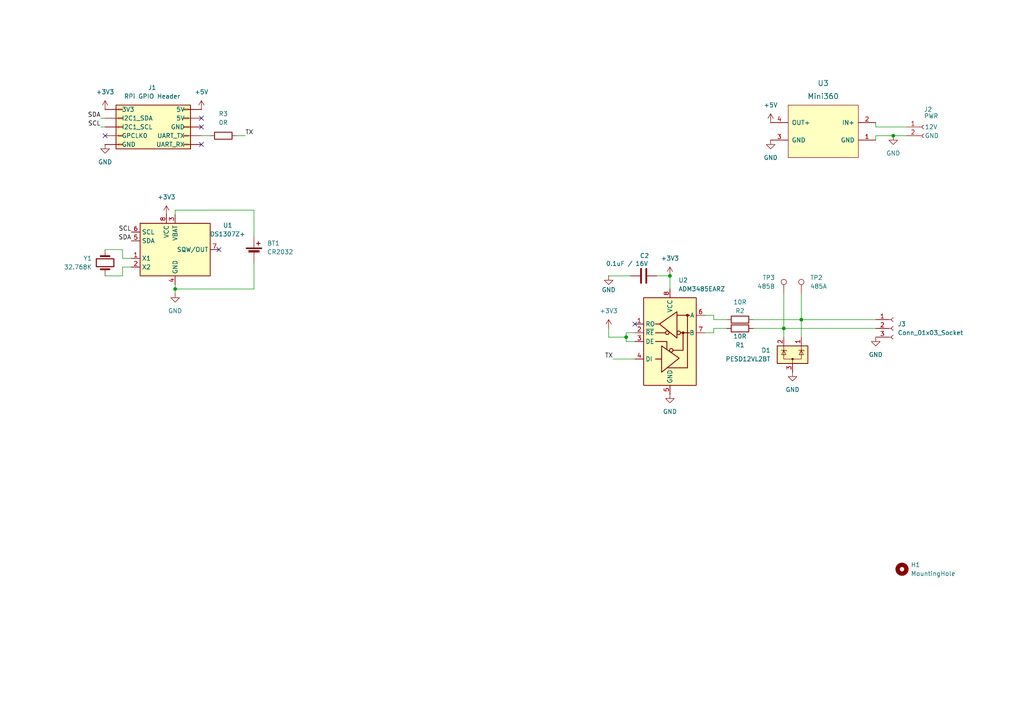
<source format=kicad_sch>
(kicad_sch (version 20250114) (generator "eeschema") (generator_version "9.0")
  (paper "A4")
  (title_block (title "Lambium RPi DMX HAT") (date "2025-06-07") (rev "A") (company "B4CKSP4CE") (comment 1 "CERN-OHL-S") (comment 2 "@heyflo"))
  (lib_symbols
    (symbol "BKSP:Connector_Lambium_Power_Horizontal" (pin_names (offset 1.524))
      (property "Reference" "J" (at -0.635 5.08 0))
      (property "Value" "PWR" (at -0.635 3.175 0))
      (symbol "Connector_Lambium_Power_Horizontal_1_1"
        (polyline (pts (xy -2.54 0) (xy -1.778 0)) (stroke (width 0.1524)))
        (polyline (pts (xy -2.54 -2.54) (xy -1.778 -2.54)) (stroke (width 0.1524)))
        (arc (start -1.27 -0.508) (mid -1.7758 0) (end -1.27 0.508) (stroke (width 0.1524)))
        (arc (start -1.27 -3.048) (mid -1.7758 -2.54) (end -1.27 -2.032) (stroke (width 0.1524)))
        (pin passive line (at -6.35 0 0) (length 3.81) (name "12V") (number "1"))
        (pin passive line (at -6.35 -2.54 0) (length 3.81) (name "GND") (number "2"))
      )
    )
    (symbol "BKSP:Connector_RPi_GPIO_Header_02x05" (pin_numbers (hide yes)) (pin_names (offset 1.016))
      (property "Reference" "J" (at 8.255 7.62 0))
      (property "Value" "RPi GPIO Header" (at 0.635 -8.255 0))
      (symbol "Connector_RPi_GPIO_Header_02x05_1_1"
        (rectangle (start -10.795 6.35) (end 10.795 -6.35) (stroke (width 0.254)) (fill (type background)))
        (rectangle (start -10.16 5.207) (end -8.89 4.953) (stroke (width 0.1524)))
        (rectangle (start -10.16 2.667) (end -8.89 2.413) (stroke (width 0.1524)))
        (rectangle (start -10.16 0.127) (end -8.89 -0.127) (stroke (width 0.1524)))
        (rectangle (start -10.16 -2.413) (end -8.89 -2.667) (stroke (width 0.1524)))
        (rectangle (start -10.16 -4.953) (end -8.89 -5.207) (stroke (width 0.1524)))
        (rectangle (start 10.16 5.207) (end 8.89 4.953) (stroke (width 0.1524)))
        (rectangle (start 10.16 2.667) (end 8.89 2.413) (stroke (width 0.1524)))
        (rectangle (start 10.16 0.127) (end 8.89 -0.127) (stroke (width 0.1524)))
        (rectangle (start 10.16 -2.413) (end 8.89 -2.667) (stroke (width 0.1524)))
        (rectangle (start 10.16 -4.953) (end 8.89 -5.207) (stroke (width 0.1524)))
        (pin passive line (at -13.97 5.08 0) (length 3.81) (name "3V3") (number "1"))
        (pin bidirectional line (at -13.97 2.54 0) (length 3.81) (name "I2C1_SDA") (number "3"))
        (pin bidirectional line (at -13.97 0 0) (length 3.81) (name "I2C1_SCL") (number "5"))
        (pin passive line (at -13.97 -2.54 0) (length 3.81) (name "GPCLK0") (number "7"))
        (pin passive line (at -13.97 -5.08 0) (length 3.81) (name "GND") (number "9"))
        (pin passive line (at 13.97 5.08 180) (length 3.81) (name "5V") (number "2"))
        (pin passive line (at 13.97 2.54 180) (length 3.81) (name "5V") (number "4"))
        (pin passive line (at 13.97 0 180) (length 3.81) (name "GND") (number "6"))
        (pin output line (at 13.97 -2.54 180) (length 3.81) (name "UART_TX") (number "8"))
        (pin input line (at 13.97 -5.08 180) (length 3.81) (name "UART_RX") (number "10"))
      )
    )
    (symbol "BKSP:Interface_ADM3485EARZ"
      (property "Reference" "U" (at -7.62 13.97 0))
      (property "Value" "ADM3485EARZ" (at 1.905 13.97 0))
      (symbol "Interface_ADM3485EARZ_0_1"
        (rectangle (start -7.62 12.7) (end 7.62 -12.7) (stroke (width 0.254)) (fill (type background)))
        (polyline (pts (xy -4.191 2.54) (xy -1.27 2.54)) (stroke (width 0.254)))
        (polyline (pts (xy -4.191 0) (xy -0.889 0) (xy -0.889 -2.286)) (stroke (width 0.254)))
        (polyline (pts (xy -3.175 5.08) (xy -4.191 5.08) (xy -4.064 5.08)) (stroke (width 0.254)))
        (polyline (pts (xy -2.54 -5.08) (xy -4.191 -5.08)) (stroke (width 0.254)))
        (polyline (pts (xy -2.413 -5.08) (xy -2.413 -1.27) (xy 2.667 -4.826) (xy -2.413 -8.89) (xy -2.413 -5.08)) (stroke (width 0.254)))
        (polyline (pts (xy -0.635 -7.62) (xy 5.08 -7.62)) (stroke (width 0.254)))
        (circle (center 0.381 -2.54) (radius 0.508) (stroke (width 0.254)))
        (polyline (pts (xy 0.889 -2.54) (xy 3.81 -2.54)) (stroke (width 0.254)))
        (polyline (pts (xy 2.032 7.62) (xy 5.715 7.62)) (stroke (width 0.254)))
        (polyline (pts (xy 3.048 2.54) (xy 5.715 2.54)) (stroke (width 0.254)))
        (circle (center 3.81 2.54) (radius 0.2794) (stroke (width 0.254)) (fill (type outline)))
        (polyline (pts (xy 3.81 -2.54) (xy 3.81 2.54)) (stroke (width 0.254)))
        (polyline (pts (xy 5.08 -7.62) (xy 5.08 7.62)) (stroke (width 0.254)))
      )
      (symbol "Interface_ADM3485EARZ_1_1"
        (circle (center -0.762 2.54) (radius 0.508) (stroke (width 0.254)))
        (polyline (pts (xy 2.032 4.826) (xy 2.032 8.636) (xy -3.048 5.08) (xy 2.032 1.016) (xy 2.032 4.826)) (stroke (width 0.254)))
        (circle (center 2.54 2.54) (radius 0.508) (stroke (width 0.254)))
        (circle (center 5.08 7.62) (radius 0.2794) (stroke (width 0.254)) (fill (type outline)))
        (pin output line (at -10.16 5.08 0) (length 2.54) (name "RO") (number "1"))
        (pin input line (at -10.16 2.54 0) (length 2.54) (name "~{RE}") (number "2"))
        (pin input line (at -10.16 0 0) (length 2.54) (name "DE") (number "3"))
        (pin input line (at -10.16 -5.08 0) (length 2.54) (name "DI") (number "4"))
        (pin power_in line (at 0 15.24 270) (length 2.54) (name "VCC") (number "8"))
        (pin power_in line (at 0 -15.24 90) (length 2.54) (name "GND") (number "5"))
        (pin bidirectional line (at 10.16 7.62 180) (length 2.54) (name "A") (number "6"))
        (pin bidirectional line (at 10.16 2.54 180) (length 2.54) (name "B") (number "7"))
      )
    )
    (symbol "BKSP:Module_Mini360" (pin_names (offset 1.016))
      (property "Reference" "U" (at 0 -5.08 0))
      (property "Value" "Mini360" (at 0 5.08 0))
      (symbol "Module_Mini360_0_1"
        (rectangle (start -10.16 7.62) (end 10.16 -7.62) (fill (type background)))
      )
      (symbol "Module_Mini360_1_1"
        (pin power_in line (at -15.24 2.54 0) (length 5.08) (name "IN+") (number "2"))
        (pin power_in line (at -15.24 -2.54 0) (length 5.08) (name "GND") (number "1"))
        (pin power_out line (at 15.24 2.54 180) (length 5.08) (name "OUT+") (number "4"))
        (pin power_out line (at 15.24 -2.54 180) (length 5.08) (name "GND") (number "3"))
      )
    )
    (symbol "BKSP:Protection_PESD12VL2BT" (pin_names (hide yes))
      (property "Reference" "D" (at 5.715 2.54 0))
      (property "Value" "PESD12VL2BT" (at 5.715 0.635 0))
      (symbol "Protection_PESD12VL2BT_0_0"
        (pin passive line (at 0 -5.08 90) (length 2.54) (name "A") (number "3"))
      )
      (symbol "Protection_PESD12VL2BT_0_1"
        (rectangle (start -4.445 2.54) (end 4.445 -2.54) (stroke (width 0.254)) (fill (type background)))
        (polyline (pts (xy -3.302 1.016) (xy -3.302 1.27) (xy -1.905 1.27) (xy -1.778 1.27)))
        (polyline (pts (xy -2.54 2.54) (xy -2.54 1.27)))
        (polyline (pts (xy -2.54 1.27) (xy -2.54 -1.27) (xy 2.54 -1.27) (xy 2.54 1.27)))
        (polyline (pts (xy -2.54 1.27) (xy -1.905 0) (xy -3.175 0) (xy -2.54 1.27)))
        (polyline (pts (xy 0 -1.27) (xy 0 -2.54)))
        (circle (center 0 -1.27) (radius 0.254) (fill (type outline)))
        (polyline (pts (xy 1.778 1.016) (xy 1.778 1.27) (xy 3.175 1.27) (xy 3.302 1.27)))
        (polyline (pts (xy 2.54 2.54) (xy 2.54 1.27)))
        (polyline (pts (xy 2.54 1.27) (xy 1.905 0) (xy 3.175 0) (xy 2.54 1.27)))
      )
      (symbol "Protection_PESD12VL2BT_1_1"
        (pin passive line (at -2.54 5.08 270) (length 2.54) (name "K") (number "1"))
        (pin passive line (at 2.54 5.08 270) (length 2.54) (name "K") (number "2"))
      )
    )
    (symbol "Connector:Conn_01x03_Socket" (pin_names (offset 1.016) (hide yes))
      (property "Reference" "J" (at 0 5.08 0))
      (property "Value" "Conn_01x03_Socket" (at 0 -5.08 0))
      (symbol "Conn_01x03_Socket_1_1"
        (polyline (pts (xy -1.27 2.54) (xy -0.508 2.54)) (stroke (width 0.1524)))
        (polyline (pts (xy -1.27 0) (xy -0.508 0)) (stroke (width 0.1524)))
        (polyline (pts (xy -1.27 -2.54) (xy -0.508 -2.54)) (stroke (width 0.1524)))
        (arc (start 0 2.032) (mid -0.5058 2.54) (end 0 3.048) (stroke (width 0.1524)))
        (arc (start 0 -0.508) (mid -0.5058 0) (end 0 0.508) (stroke (width 0.1524)))
        (arc (start 0 -3.048) (mid -0.5058 -2.54) (end 0 -2.032) (stroke (width 0.1524)))
        (pin passive line (at -5.08 2.54 0) (length 3.81) (name "Pin_1") (number "1"))
        (pin passive line (at -5.08 0 0) (length 3.81) (name "Pin_2") (number "2"))
        (pin passive line (at -5.08 -2.54 0) (length 3.81) (name "Pin_3") (number "3"))
      )
    )
    (symbol "Connector:TestPoint" (pin_numbers (hide yes)) (pin_names (offset 0.762) (hide yes))
      (property "Reference" "TP" (at 0 6.858 0))
      (property "Value" "TestPoint" (at 0 5.08 0))
      (symbol "TestPoint_0_1"
        (circle (center 0 3.302) (radius 0.762))
      )
      (symbol "TestPoint_1_1"
        (pin passive line (at 0 0 90) (length 2.54) (name "1") (number "1"))
      )
    )
    (symbol "Device:Battery_Cell" (pin_numbers (hide yes)) (pin_names (offset 0) (hide yes))
      (property "Reference" "BT" (at 2.54 2.54 0))
      (property "Value" "Battery_Cell" (at 2.54 0 0))
      (symbol "Battery_Cell_0_1"
        (rectangle (start -2.286 1.778) (end 2.286 1.524) (fill (type outline)))
        (rectangle (start -1.524 1.016) (end 1.524 0.508) (fill (type outline)))
        (polyline (pts (xy 0 1.778) (xy 0 2.54)))
        (polyline (pts (xy 0 0.762) (xy 0 0)))
        (polyline (pts (xy 0.762 3.048) (xy 1.778 3.048)) (stroke (width 0.254)))
        (polyline (pts (xy 1.27 3.556) (xy 1.27 2.54)) (stroke (width 0.254)))
      )
      (symbol "Battery_Cell_1_1"
        (pin passive line (at 0 5.08 270) (length 2.54) (name "+") (number "1"))
        (pin passive line (at 0 -2.54 90) (length 2.54) (name "-") (number "2"))
      )
    )
    (symbol "Device:C" (pin_numbers (hide yes)) (pin_names (offset 0.254))
      (property "Reference" "C" (at 0.635 2.54 0))
      (property "Value" "C" (at 0.635 -2.54 0))
      (symbol "C_0_1"
        (polyline (pts (xy -2.032 0.762) (xy 2.032 0.762)) (stroke (width 0.508)))
        (polyline (pts (xy -2.032 -0.762) (xy 2.032 -0.762)) (stroke (width 0.508)))
      )
      (symbol "C_1_1"
        (pin passive line (at 0 3.81 270) (length 2.794) (name "~") (number "1"))
        (pin passive line (at 0 -3.81 90) (length 2.794) (name "~") (number "2"))
      )
    )
    (symbol "Device:Crystal" (pin_numbers (hide yes)) (pin_names (offset 1.016) (hide yes))
      (property "Reference" "Y" (at 0 3.81 0))
      (property "Value" "Crystal" (at 0 -3.81 0))
      (symbol "Crystal_0_1"
        (polyline (pts (xy -2.54 0) (xy -1.905 0)))
        (polyline (pts (xy -1.905 -1.27) (xy -1.905 1.27)) (stroke (width 0.508)))
        (rectangle (start -1.143 2.54) (end 1.143 -2.54) (stroke (width 0.3048)))
        (polyline (pts (xy 1.905 -1.27) (xy 1.905 1.27)) (stroke (width 0.508)))
        (polyline (pts (xy 2.54 0) (xy 1.905 0)))
      )
      (symbol "Crystal_1_1"
        (pin passive line (at -3.81 0 0) (length 1.27) (name "1") (number "1"))
        (pin passive line (at 3.81 0 180) (length 1.27) (name "2") (number "2"))
      )
    )
    (symbol "Device:R" (pin_numbers (hide yes)) (pin_names (offset 0))
      (property "Reference" "R" (at 2.032 0 90))
      (property "Value" "R" (at 0 0 90))
      (symbol "R_0_1"
        (rectangle (start -1.016 -2.54) (end 1.016 2.54) (stroke (width 0.254)))
      )
      (symbol "R_1_1"
        (pin passive line (at 0 3.81 270) (length 1.27) (name "~") (number "1"))
        (pin passive line (at 0 -3.81 90) (length 1.27) (name "~") (number "2"))
      )
    )
    (symbol "Mechanical:MountingHole" (pin_names (offset 1.016)) (in_bom no)
      (property "Reference" "H" (at 0 5.08 0))
      (property "Value" "MountingHole" (at 0 3.175 0))
      (symbol "MountingHole_0_1"
        (circle (center 0 0) (radius 1.27) (stroke (width 1.27)))
      )
    )
    (symbol "Timer_RTC:DS1307Z+"
      (property "Reference" "U" (at -8.89 8.89 0))
      (property "Value" "DS1307Z+" (at 1.27 8.89 0))
      (symbol "DS1307Z+_0_1"
        (rectangle (start -10.16 7.62) (end 10.16 -7.62) (stroke (width 0.254)) (fill (type background)))
      )
      (symbol "DS1307Z+_1_1"
        (pin input line (at -12.7 5.08 0) (length 2.54) (name "SCL") (number "6"))
        (pin bidirectional line (at -12.7 2.54 0) (length 2.54) (name "SDA") (number "5"))
        (pin input line (at -12.7 -2.54 0) (length 2.54) (name "X1") (number "1"))
        (pin input line (at -12.7 -5.08 0) (length 2.54) (name "X2") (number "2"))
        (pin power_in line (at -2.54 10.16 270) (length 2.54) (name "VCC") (number "8"))
        (pin power_in line (at 0 10.16 270) (length 2.54) (name "VBAT") (number "3"))
        (pin power_in line (at 0 -10.16 90) (length 2.54) (name "GND") (number "4"))
        (pin open_collector line (at 12.7 0 180) (length 2.54) (name "SQW/OUT") (number "7"))
      )
    )
    (symbol "power:+3V3" (power) (pin_numbers (hide yes)) (pin_names (offset 0) (hide yes))
      (property "Value" "+3V3" (at 0 3.556 0))
      (symbol "+3V3_0_1"
        (polyline (pts (xy -0.762 1.27) (xy 0 2.54)))
        (polyline (pts (xy 0 2.54) (xy 0.762 1.27)))
        (polyline (pts (xy 0 0) (xy 0 2.54)))
      )
      (symbol "+3V3_1_1"
        (pin power_in line (at 0 0 90) (length 0) (name "~") (number "1"))
      )
    )
    (symbol "power:+5V" (power) (pin_numbers (hide yes)) (pin_names (offset 0) (hide yes))
      (property "Value" "+5V" (at 0 3.556 0))
      (symbol "+5V_0_1"
        (polyline (pts (xy -0.762 1.27) (xy 0 2.54)))
        (polyline (pts (xy 0 2.54) (xy 0.762 1.27)))
        (polyline (pts (xy 0 0) (xy 0 2.54)))
      )
      (symbol "+5V_1_1"
        (pin power_in line (at 0 0 90) (length 0) (name "~") (number "1"))
      )
    )
    (symbol "power:GND" (power) (pin_numbers (hide yes)) (pin_names (offset 0) (hide yes))
      (property "Value" "GND" (at 0 -3.81 0))
      (symbol "GND_0_1"
        (polyline (pts (xy 0 0) (xy 0 -1.27) (xy 1.27 -1.27) (xy 0 -2.54) (xy -1.27 -1.27) (xy 0 -1.27)))
      )
      (symbol "GND_1_1"
        (pin power_in line (at 0 0 270) (length 0) (name "~") (number "1"))
      )
    )
  )
  (junction (at 259.08 39.37))
  (junction (at 181.61 97.79))
  (junction (at 194.31 80.01))
  (junction (at 50.8 83.82))
  (junction (at 232.41 92.71))
  (junction (at 227.33 95.25))
  (no_connect (at 58.42 36.83))
  (no_connect (at 184.15 93.98))
  (no_connect (at 58.42 34.29))
  (no_connect (at 30.48 39.37))
  (no_connect (at 63.5 72.39))
  (no_connect (at 58.42 41.91))
  (wire (pts (xy 71.12 39.37) (xy 68.58 39.37)))
  (wire (pts (xy 232.41 92.71) (xy 232.41 97.79)))
  (wire (pts (xy 35.56 77.47) (xy 35.56 80.01)))
  (wire (pts (xy 227.33 95.25) (xy 227.33 97.79)))
  (wire (pts (xy 176.53 95.25) (xy 176.53 97.79)))
  (wire (pts (xy 207.01 95.25) (xy 210.82 95.25)))
  (wire (pts (xy 254 36.83) (xy 262.89 36.83)))
  (wire (pts (xy 181.61 97.79) (xy 176.53 97.79)))
  (wire (pts (xy 204.47 96.52) (xy 207.01 96.52)))
  (wire (pts (xy 232.41 92.71) (xy 254 92.71)))
  (wire (pts (xy 38.1 77.47) (xy 35.56 77.47)))
  (wire (pts (xy 50.8 85.09) (xy 50.8 83.82)))
  (wire (pts (xy 194.31 80.01) (xy 194.31 83.82)))
  (wire (pts (xy 181.61 97.79) (xy 181.61 96.52)))
  (wire (pts (xy 227.33 95.25) (xy 254 95.25)))
  (wire (pts (xy 50.8 83.82) (xy 73.66 83.82)))
  (wire (pts (xy 176.53 80.01) (xy 182.88 80.01)))
  (wire (pts (xy 29.21 36.83) (xy 30.48 36.83)))
  (wire (pts (xy 190.5 80.01) (xy 194.31 80.01)))
  (wire (pts (xy 232.41 85.09) (xy 232.41 92.71)))
  (wire (pts (xy 50.8 83.82) (xy 50.8 82.55)))
  (wire (pts (xy 177.8 104.14) (xy 184.15 104.14)))
  (wire (pts (xy 30.48 72.39) (xy 35.56 72.39)))
  (wire (pts (xy 184.15 99.06) (xy 181.61 99.06)))
  (wire (pts (xy 181.61 96.52) (xy 184.15 96.52)))
  (wire (pts (xy 60.96 39.37) (xy 58.42 39.37)))
  (wire (pts (xy 218.44 92.71) (xy 232.41 92.71)))
  (wire (pts (xy 254 39.37) (xy 259.08 39.37)))
  (wire (pts (xy 35.56 80.01) (xy 30.48 80.01)))
  (wire (pts (xy 207.01 92.71) (xy 207.01 91.44)))
  (wire (pts (xy 35.56 72.39) (xy 35.56 74.93)))
  (wire (pts (xy 207.01 91.44) (xy 204.47 91.44)))
  (wire (pts (xy 35.56 74.93) (xy 38.1 74.93)))
  (wire (pts (xy 181.61 99.06) (xy 181.61 97.79)))
  (wire (pts (xy 73.66 83.82) (xy 73.66 76.2)))
  (wire (pts (xy 227.33 85.09) (xy 227.33 95.25)))
  (wire (pts (xy 254 35.56) (xy 254 36.83)))
  (wire (pts (xy 207.01 92.71) (xy 210.82 92.71)))
  (wire (pts (xy 73.66 60.96) (xy 73.66 68.58)))
  (wire (pts (xy 50.8 60.96) (xy 50.8 62.23)))
  (wire (pts (xy 254 40.64) (xy 254 39.37)))
  (wire (pts (xy 207.01 96.52) (xy 207.01 95.25)))
  (wire (pts (xy 50.8 60.96) (xy 73.66 60.96)))
  (wire (pts (xy 259.08 39.37) (xy 262.89 39.37)))
  (wire (pts (xy 218.44 95.25) (xy 227.33 95.25)))
  (wire (pts (xy 29.21 34.29) (xy 30.48 34.29)))
  (label "SDA" (at 38.1 69.85 180))
  (label "SCL" (at 38.1 67.31 180))
  (label "TX" (at 71.12 39.37 0))
  (label "SCL" (at 29.21 36.83 180))
  (label "SDA" (at 29.21 34.29 180))
  (label "TX" (at 177.8 104.14 180))
  (symbol (lib_id "power:GND") (at 223.52 40.64 0) (unit 1)
    (property "Reference" "#PWR011" (effects (hide yes)))
    (property "Value" "GND" (at 223.52 45.72 0))
    (property "Description" "Power symbol creates a global label with name \"GND\" , ground" (effects (hide yes)))
  )
  (symbol (lib_id "power:+5V") (at 223.52 35.56 0) (unit 1)
    (property "Reference" "#PWR012" (effects (hide yes)))
    (property "Value" "+5V" (at 223.52 30.48 0))
    (property "Description" "Power symbol creates a global label with name \"+5V\"" (effects (hide yes)))
  )
  (symbol (lib_id "power:GND") (at 254 97.79 0) (unit 1)
    (property "Reference" "#PWR01" (effects (hide yes)))
    (property "Value" "GND" (at 254 102.87 0))
    (property "Description" "Power symbol creates a global label with name \"GND\" , ground" (effects (hide yes)))
  )
  (symbol (lib_id "power:GND") (at 30.48 41.91 0) (unit 1)
    (property "Reference" "#PWR07" (effects (hide yes)))
    (property "Value" "GND" (at 30.48 46.99 0))
    (property "Description" "Power symbol creates a global label with name \"GND\" , ground" (effects (hide yes)))
  )
  (symbol (lib_id "BKSP:Interface_ADM3485EARZ") (at 194.31 99.06 0) (unit 1)
    (property "Reference" "U2" (at 196.7563 81.28 0) (effects (justify left)))
    (property "Value" "ADM3485EARZ" (at 196.7563 83.82 0) (effects (justify left)))
    (property "Footprint" "Package_SO:SOIC-8_3.9x4.9mm_P1.27mm" (effects (hide yes)))
    (property "Datasheet" "https://www.analog.com/media/en/technical-documentation/data-sheets/ADM3485E.pdf" (effects (hide yes)))
    (property "Description" "±15 kV ESD-Protected, 3.3 V,12 Mbps, EIA RS-485/RS-422 Transceiver" (effects (hide yes)))
  )
  (symbol (lib_id "Connector:TestPoint") (at 227.33 85.09 0) (mirror y) (unit 1)
    (property "Reference" "TP3" (at 224.79 80.5179 0) (effects (justify left)))
    (property "Value" "485B" (at 224.79 83.0579 0) (effects (justify left)))
    (property "Footprint" "TestPoint:TestPoint_Pad_D1.0mm" (effects (hide yes)))
    (property "Description" "test point" (effects (hide yes)))
  )
  (symbol (lib_id "BKSP:Connector_RPi_GPIO_Header_02x05") (at 44.45 36.83 0) (unit 1)
    (property "Reference" "J1" (at 44.1325 25.4 0))
    (property "Value" "RPi GPIO Header" (at 44.1325 27.94 0))
    (property "Footprint" "Connector_PinSocket_2.54mm:PinSocket_2x05_P2.54mm_Vertical" (effects (hide yes)))
    (property "Description" "Generic connector, double row, 02x05, odd/even pin numbering scheme (row 1 odd numbers, row 2 even numbers), script generated (kicad-library-utils/schlib/autogen/connector/)" (effects (hide yes)))
  )
  (symbol (lib_id "Mechanical:MountingHole") (at 261.62 165.1 0) (unit 1) (in_bom no)
    (property "Reference" "H1" (at 264.16 163.83 0) (effects (justify left)))
    (property "Value" "MountingHole" (at 264.16 166.37 0) (effects (justify left)))
    (property "Footprint" "MountingHole:MountingHole_3.2mm_M3" (effects (hide yes)))
    (property "Description" "Mounting Hole without connection" (effects (hide yes)))
  )
  (symbol (lib_id "BKSP:Module_Mini360") (at 238.76 38.1 0) (mirror y) (unit 1)
    (property "Reference" "U3" (at 238.76 24.13 0) (effects (font (size 1.524 1.524))))
    (property "Value" "Mini360" (at 238.76 27.94 0) (effects (font (size 1.524 1.524))))
    (property "Footprint" "BKSP:Module_Mini360" (effects (hide yes)))
    (property "Datasheet" "https://www.matts-electronics.com/wp-content/uploads/2018/06/MINI-360.pdf" (effects (hide yes)))
    (property "Description" "MP2307, 1.8A Buck Converter, 4.75-23V Input, 1-17V Output" (effects (hide yes)))
  )
  (symbol (lib_id "Device:C") (at 186.69 80.01 90) (unit 1)
    (property "Reference" "C2" (at 186.944 74.168 90))
    (property "Value" "0.1uF / 16V" (at 181.864 76.454 90))
    (property "Footprint" "Capacitor_SMD:C_0805_2012Metric" (effects (hide yes)))
    (property "Description" "Unpolarized capacitor" (effects (hide yes)))
  )
  (symbol (lib_id "Device:R") (at 64.77 39.37 90) (unit 1)
    (property "Reference" "R3" (at 64.77 33.02 90))
    (property "Value" "0R" (at 64.77 35.56 90))
    (property "Footprint" "Resistor_SMD:R_1206_3216Metric" (effects (hide yes)))
    (property "Description" "Resistor" (effects (hide yes)))
  )
  (symbol (lib_id "power:GND") (at 50.8 85.09 0) (unit 1)
    (property "Reference" "#PWR09" (effects (hide yes)))
    (property "Value" "GND" (at 50.8 90.17 0))
    (property "Description" "Power symbol creates a global label with name \"GND\" , ground" (effects (hide yes)))
  )
  (symbol (lib_id "BKSP:Protection_PESD12VL2BT") (at 229.87 102.87 0) (mirror y) (unit 1)
    (property "Reference" "D1" (at 223.52 101.6 0) (effects (justify left)))
    (property "Value" "PESD12VL2BT" (at 223.52 104.14 0) (effects (justify left)))
    (property "Footprint" "Package_TO_SOT_SMD:SOT-23" (effects (hide yes)))
    (property "Datasheet" "https://assets.nexperia.com/documents/data-sheet/PESD12VL2BT.pdf" (effects (hide yes)))
    (property "Description" "TVS Diode Array, 12V Standoff, 2 Channels" (effects (hide yes)))
  )
  (symbol (lib_id "power:+5V") (at 58.42 31.75 0) (unit 1)
    (property "Reference" "#PWR014" (effects (hide yes)))
    (property "Value" "+5V" (at 58.42 26.67 0))
    (property "Description" "Power symbol creates a global label with name \"+5V\"" (effects (hide yes)))
  )
  (symbol (lib_id "Device:Battery_Cell") (at 73.66 73.66 0) (unit 1)
    (property "Reference" "BT1" (at 77.47 70.5485 0) (effects (justify left)))
    (property "Value" "CR2032" (at 77.47 73.0885 0) (effects (justify left)))
    (property "Footprint" "Battery:BatteryHolder_Keystone_1058_1x2032" (effects (hide yes)))
    (property "Description" "Single-cell battery" (effects (hide yes)))
  )
  (symbol (lib_id "power:+3V3") (at 30.48 31.75 0) (unit 1)
    (property "Reference" "#PWR05" (effects (hide yes)))
    (property "Value" "+3V3" (at 30.48 26.67 0))
    (property "Description" "Power symbol creates a global label with name \"+3V3\"" (effects (hide yes)))
  )
  (symbol (lib_id "Connector:TestPoint") (at 232.41 85.09 0) (unit 1)
    (property "Reference" "TP2" (at 234.95 80.5179 0) (effects (justify left)))
    (property "Value" "485A" (at 234.95 83.0579 0) (effects (justify left)))
    (property "Footprint" "TestPoint:TestPoint_Pad_D1.0mm" (effects (hide yes)))
    (property "Description" "test point" (effects (hide yes)))
  )
  (symbol (lib_id "power:+3V3") (at 194.31 80.01 0) (unit 1)
    (property "Reference" "#PWR02" (effects (hide yes)))
    (property "Value" "+3V3" (at 194.31 74.93 0))
    (property "Description" "Power symbol creates a global label with name \"+3V3\"" (effects (hide yes)))
  )
  (symbol (lib_id "power:+3V3") (at 176.53 95.25 0) (unit 1)
    (property "Reference" "#PWR03" (effects (hide yes)))
    (property "Value" "+3V3" (at 176.53 90.17 0))
    (property "Description" "Power symbol creates a global label with name \"+3V3\"" (effects (hide yes)))
  )
  (symbol (lib_id "Connector:Conn_01x03_Socket") (at 259.08 95.25 0) (unit 1)
    (property "Reference" "J3" (at 260.35 93.98 0) (effects (justify left)))
    (property "Value" "Conn_01x03_Socket" (at 260.35 96.52 0) (effects (justify left)))
    (property "Footprint" "Connector_Phoenix_MC:PhoenixContact_MC_1,5_3-G-3.81_1x03_P3.81mm_Horizontal" (effects (hide yes)))
    (property "Description" "Generic connector, single row, 01x03, script generated" (effects (hide yes)))
  )
  (symbol (lib_id "power:GND") (at 176.53 80.01 0) (unit 1)
    (property "Reference" "#PWR06" (effects (hide yes)))
    (property "Value" "GND" (at 176.53 84.074 0))
    (property "Description" "Power symbol creates a global label with name \"GND\" , ground" (effects (hide yes)))
  )
  (symbol (lib_id "Device:R") (at 214.63 95.25 90) (mirror x) (unit 1)
    (property "Reference" "R1" (at 214.63 100.076 90))
    (property "Value" "10R" (at 214.63 97.536 90))
    (property "Footprint" "Resistor_SMD:R_0805_2012Metric" (effects (hide yes)))
    (property "Description" "Resistor" (effects (hide yes)))
  )
  (symbol (lib_id "power:GND") (at 194.31 114.3 0) (unit 1)
    (property "Reference" "#PWR04" (effects (hide yes)))
    (property "Value" "GND" (at 194.31 119.38 0))
    (property "Description" "Power symbol creates a global label with name \"GND\" , ground" (effects (hide yes)))
  )
  (symbol (lib_id "power:GND") (at 259.08 39.37 0) (unit 1)
    (property "Reference" "#PWR013" (effects (hide yes)))
    (property "Value" "GND" (at 259.08 44.45 0))
    (property "Description" "Power symbol creates a global label with name \"GND\" , ground" (effects (hide yes)))
  )
  (symbol (lib_id "Device:R") (at 214.63 92.71 90) (mirror x) (unit 1)
    (property "Reference" "R2" (at 214.63 90.17 90))
    (property "Value" "10R" (at 214.63 87.63 90))
    (property "Footprint" "Resistor_SMD:R_0805_2012Metric" (effects (hide yes)))
    (property "Description" "Resistor" (effects (hide yes)))
  )
  (symbol (lib_id "power:GND") (at 229.87 107.95 0) (mirror y) (unit 1)
    (property "Reference" "#PWR08" (effects (hide yes)))
    (property "Value" "GND" (at 229.87 113.03 0))
    (property "Description" "Power symbol creates a global label with name \"GND\" , ground" (effects (hide yes)))
  )
  (symbol (lib_id "Device:Crystal") (at 30.48 76.2 90) (unit 1)
    (property "Reference" "Y1" (at 26.67 74.93 90) (effects (justify left)))
    (property "Value" "32.768K" (at 26.67 77.47 90) (effects (justify left)))
    (property "Footprint" "Crystal:Crystal_SMD_3215-2Pin_3.2x1.5mm" (effects (hide yes)))
    (property "Description" "Two pin crystal" (effects (hide yes)))
  )
  (symbol (lib_id "BKSP:Connector_Lambium_Power_Horizontal") (at 269.24 36.83 0) (unit 1)
    (property "Reference" "J2" (at 267.97 31.75 0) (effects (justify left)))
    (property "Value" "PWR" (at 267.97 33.655 0) (effects (justify left)))
    (property "Footprint" "Connector_Phoenix_MC:PhoenixContact_MC_1,5_2-G-3.81_1x02_P3.81mm_Horizontal" (effects (hide yes)))
    (property "Description" "12VDC Power Connector used in B4CKSP4CE" (effects (hide yes)))
  )
  (symbol (lib_id "Timer_RTC:DS1307Z+") (at 50.8 72.39 0) (unit 1)
    (property "Reference" "U1" (at 66.04 65.3639 0))
    (property "Value" "DS1307Z+" (at 66.04 67.9039 0))
    (property "Footprint" "Package_SO:SOIC-8_3.9x4.9mm_P1.27mm" (effects (hide yes)))
    (property "Datasheet" "https://datasheets.maximintegrated.com/en/ds/DS1307.pdf" (effects (hide yes)))
    (property "Description" "64 x 8, Serial, I2C Real-time clock, 4.5V to 5.5V VCC, 0°C to +70°C, SOIC-8" (effects (hide yes)))
  )
  (symbol (lib_id "power:+3V3") (at 48.26 62.23 0) (unit 1)
    (property "Reference" "#PWR010" (effects (hide yes)))
    (property "Value" "+3V3" (at 48.26 57.15 0))
    (property "Description" "Power symbol creates a global label with name \"+3V3\"" (effects (hide yes)))
  )
)
</source>
